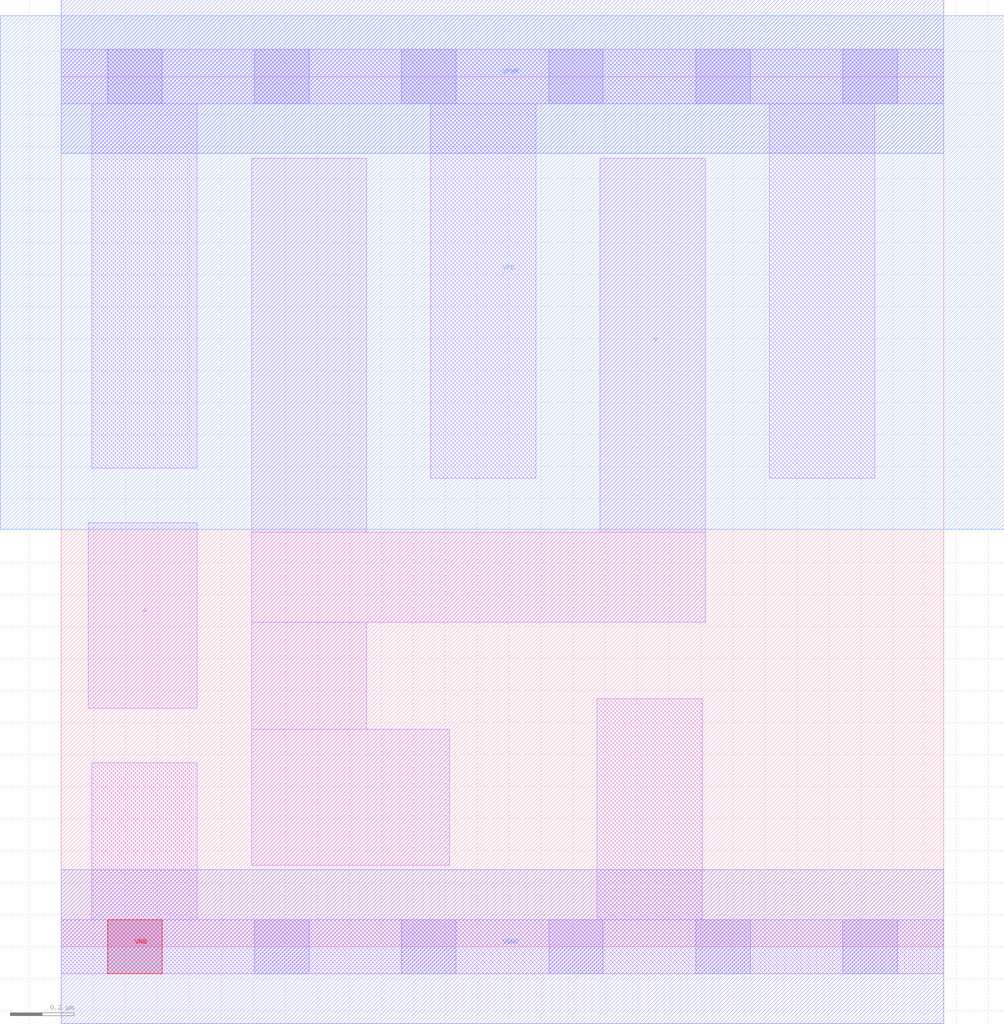
<source format=lef>
# Copyright 2020 The SkyWater PDK Authors
#
# Licensed under the Apache License, Version 2.0 (the "License");
# you may not use this file except in compliance with the License.
# You may obtain a copy of the License at
#
#     https://www.apache.org/licenses/LICENSE-2.0
#
# Unless required by applicable law or agreed to in writing, software
# distributed under the License is distributed on an "AS IS" BASIS,
# WITHOUT WARRANTIES OR CONDITIONS OF ANY KIND, either express or implied.
# See the License for the specific language governing permissions and
# limitations under the License.
#
# SPDX-License-Identifier: Apache-2.0

VERSION 5.7 ;
  NOWIREEXTENSIONATPIN ON ;
  DIVIDERCHAR "/" ;
  BUSBITCHARS "[]" ;
MACRO sky130_fd_sc_hd__clkinvlp_4
  CLASS CORE ;
  FOREIGN sky130_fd_sc_hd__clkinvlp_4 ;
  ORIGIN  0.000000  0.000000 ;
  SIZE  2.760000 BY  2.720000 ;
  SYMMETRY X Y R90 ;
  SITE unithd ;
  PIN A
    ANTENNAGATEAREA  1.330000 ;
    DIRECTION INPUT ;
    USE SIGNAL ;
    PORT
      LAYER li1 ;
        RECT 0.085000 0.745000 0.425000 1.325000 ;
    END
  END A
  PIN VNB
    PORT
      LAYER pwell ;
        RECT 0.145000 -0.085000 0.315000 0.085000 ;
    END
  END VNB
  PIN VPB
    PORT
      LAYER nwell ;
        RECT -0.190000 1.305000 2.950000 2.910000 ;
    END
  END VPB
  PIN Y
    ANTENNADIFFAREA  0.714000 ;
    DIRECTION OUTPUT ;
    USE SIGNAL ;
    PORT
      LAYER li1 ;
        RECT 0.595000 0.255000 1.215000 0.680000 ;
        RECT 0.595000 0.680000 0.955000 1.015000 ;
        RECT 0.595000 1.015000 2.015000 1.295000 ;
        RECT 0.595000 1.295000 0.955000 2.465000 ;
        RECT 1.685000 1.295000 2.015000 2.465000 ;
    END
  END Y
  PIN VGND
    DIRECTION INOUT ;
    SHAPE ABUTMENT ;
    USE GROUND ;
    PORT
      LAYER met1 ;
        RECT 0.000000 -0.240000 2.760000 0.240000 ;
    END
  END VGND
  PIN VPWR
    DIRECTION INOUT ;
    SHAPE ABUTMENT ;
    USE POWER ;
    PORT
      LAYER met1 ;
        RECT 0.000000 2.480000 2.760000 2.960000 ;
    END
  END VPWR
  OBS
    LAYER li1 ;
      RECT 0.000000 -0.085000 2.760000 0.085000 ;
      RECT 0.000000  2.635000 2.760000 2.805000 ;
      RECT 0.095000  0.085000 0.425000 0.575000 ;
      RECT 0.095000  1.495000 0.425000 2.635000 ;
      RECT 1.155000  1.465000 1.485000 2.635000 ;
      RECT 1.675000  0.085000 2.005000 0.775000 ;
      RECT 2.215000  1.465000 2.545000 2.635000 ;
    LAYER mcon ;
      RECT 0.145000 -0.085000 0.315000 0.085000 ;
      RECT 0.145000  2.635000 0.315000 2.805000 ;
      RECT 0.605000 -0.085000 0.775000 0.085000 ;
      RECT 0.605000  2.635000 0.775000 2.805000 ;
      RECT 1.065000 -0.085000 1.235000 0.085000 ;
      RECT 1.065000  2.635000 1.235000 2.805000 ;
      RECT 1.525000 -0.085000 1.695000 0.085000 ;
      RECT 1.525000  2.635000 1.695000 2.805000 ;
      RECT 1.985000 -0.085000 2.155000 0.085000 ;
      RECT 1.985000  2.635000 2.155000 2.805000 ;
      RECT 2.445000 -0.085000 2.615000 0.085000 ;
      RECT 2.445000  2.635000 2.615000 2.805000 ;
  END
END sky130_fd_sc_hd__clkinvlp_4
END LIBRARY

</source>
